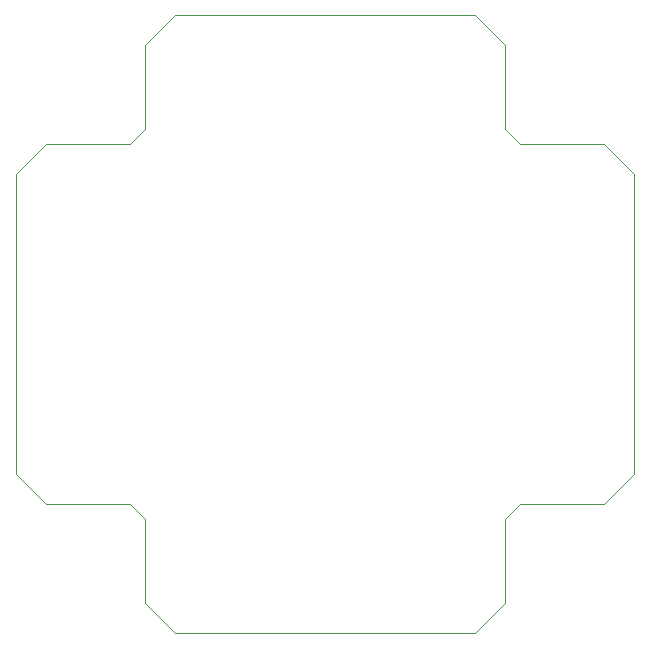
<source format=gbr>
%TF.GenerationSoftware,KiCad,Pcbnew,8.0.3-8.0.3-0~ubuntu22.04.1*%
%TF.CreationDate,2024-07-23T11:48:16+02:00*%
%TF.ProjectId,I2c_multi,4932635f-6d75-46c7-9469-2e6b69636164,rev?*%
%TF.SameCoordinates,Original*%
%TF.FileFunction,Profile,NP*%
%FSLAX46Y46*%
G04 Gerber Fmt 4.6, Leading zero omitted, Abs format (unit mm)*
G04 Created by KiCad (PCBNEW 8.0.3-8.0.3-0~ubuntu22.04.1) date 2024-07-23 11:48:16*
%MOMM*%
%LPD*%
G01*
G04 APERTURE LIST*
%TA.AperFunction,Profile*%
%ADD10C,0.050000*%
%TD*%
G04 APERTURE END LIST*
D10*
X201422000Y-78740000D02*
X194310000Y-78740000D01*
X203962000Y-76200000D02*
X201422000Y-78740000D01*
X203962000Y-50800000D02*
X203962000Y-76200000D01*
X201422000Y-48260000D02*
X203962000Y-50800000D01*
X194310000Y-48260000D02*
X201422000Y-48260000D01*
X193040000Y-46990000D02*
X194310000Y-48260000D01*
X193040000Y-39878000D02*
X193040000Y-46990000D01*
X190500000Y-37338000D02*
X193040000Y-39878000D01*
X165100000Y-37338000D02*
X190500000Y-37338000D01*
X162560000Y-39878000D02*
X165100000Y-37338000D01*
X162560000Y-46990000D02*
X162560000Y-39878000D01*
X161290000Y-48260000D02*
X162560000Y-46990000D01*
X154178000Y-48260000D02*
X161290000Y-48260000D01*
X151638000Y-50800000D02*
X154178000Y-48260000D01*
X151638000Y-76200000D02*
X151638000Y-50800000D01*
X154178000Y-78740000D02*
X151638000Y-76200000D01*
X161290000Y-78740000D02*
X154178000Y-78740000D01*
X162560000Y-80010000D02*
X161290000Y-78740000D01*
X162560000Y-87122000D02*
X162560000Y-80010000D01*
X165100000Y-89662000D02*
X162560000Y-87122000D01*
X190500000Y-89662000D02*
X165100000Y-89662000D01*
X193040000Y-87122000D02*
X190500000Y-89662000D01*
X193040000Y-80010000D02*
X193040000Y-87122000D01*
X194310000Y-78740000D02*
X193040000Y-80010000D01*
X201422000Y-78740000D02*
X194310000Y-78740000D01*
X203962000Y-76200000D02*
X201422000Y-78740000D01*
X203962000Y-50800000D02*
X203962000Y-76200000D01*
M02*

</source>
